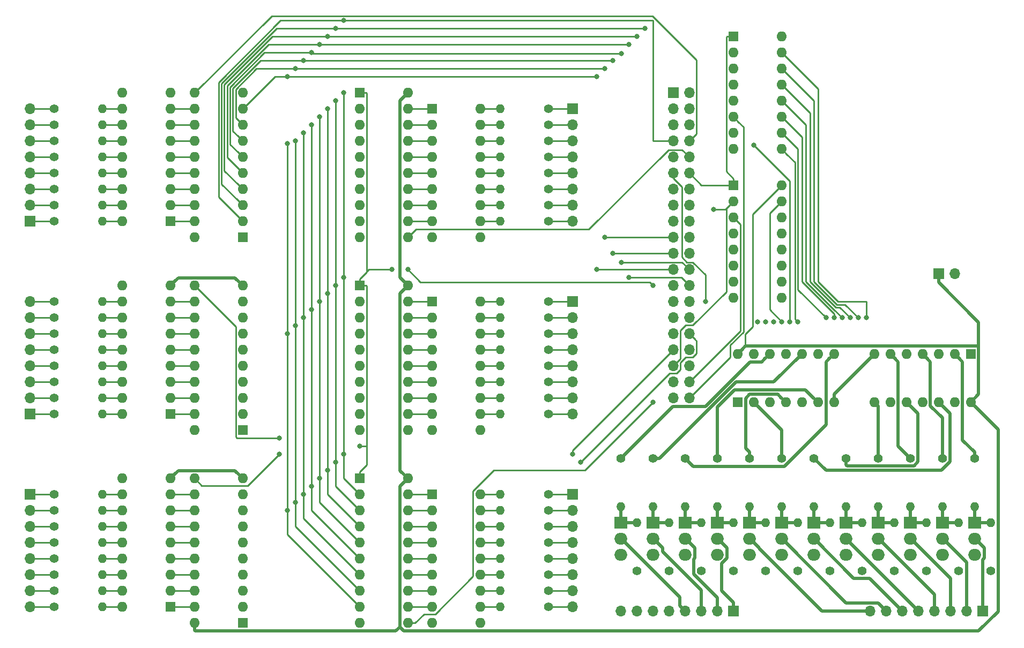
<source format=gbr>
G04 #@! TF.GenerationSoftware,KiCad,Pcbnew,(5.1.4)-1*
G04 #@! TF.CreationDate,2019-11-05T22:12:59+01:00*
G04 #@! TF.ProjectId,tablo,7461626c-6f2e-46b6-9963-61645f706362,rev?*
G04 #@! TF.SameCoordinates,Original*
G04 #@! TF.FileFunction,Copper,L1,Top*
G04 #@! TF.FilePolarity,Positive*
%FSLAX46Y46*%
G04 Gerber Fmt 4.6, Leading zero omitted, Abs format (unit mm)*
G04 Created by KiCad (PCBNEW (5.1.4)-1) date 2019-11-05 22:12:59*
%MOMM*%
%LPD*%
G04 APERTURE LIST*
%ADD10O,1.700000X1.700000*%
%ADD11R,1.700000X1.700000*%
%ADD12R,1.600000X1.600000*%
%ADD13O,1.600000X1.600000*%
%ADD14O,2.000000X1.905000*%
%ADD15R,2.000000X1.905000*%
%ADD16O,1.400000X1.400000*%
%ADD17C,1.400000*%
%ADD18C,0.800000*%
%ADD19C,0.250000*%
%ADD20C,0.500000*%
G04 APERTURE END LIST*
D10*
X127000000Y-83820000D03*
X124460000Y-83820000D03*
X127000000Y-81280000D03*
X124460000Y-81280000D03*
X127000000Y-78740000D03*
X124460000Y-78740000D03*
X127000000Y-76200000D03*
X124460000Y-76200000D03*
X127000000Y-73660000D03*
X124460000Y-73660000D03*
X127000000Y-71120000D03*
X124460000Y-71120000D03*
X127000000Y-68580000D03*
X124460000Y-68580000D03*
X127000000Y-66040000D03*
X124460000Y-66040000D03*
X127000000Y-63500000D03*
X124460000Y-63500000D03*
X127000000Y-60960000D03*
X124460000Y-60960000D03*
X127000000Y-58420000D03*
X124460000Y-58420000D03*
X127000000Y-55880000D03*
X124460000Y-55880000D03*
X127000000Y-53340000D03*
X124460000Y-53340000D03*
X127000000Y-50800000D03*
X124460000Y-50800000D03*
X127000000Y-48260000D03*
X124460000Y-48260000D03*
X127000000Y-45720000D03*
X124460000Y-45720000D03*
X127000000Y-43180000D03*
X124460000Y-43180000D03*
X127000000Y-40640000D03*
X124460000Y-40640000D03*
X127000000Y-38100000D03*
X124460000Y-38100000D03*
X127000000Y-35560000D03*
D11*
X124460000Y-35560000D03*
D10*
X168910000Y-64135000D03*
D11*
X166370000Y-64135000D03*
D12*
X171450000Y-76835000D03*
D13*
X156210000Y-84455000D03*
X168910000Y-76835000D03*
X158750000Y-84455000D03*
X166370000Y-76835000D03*
X161290000Y-84455000D03*
X163830000Y-76835000D03*
X163830000Y-84455000D03*
X161290000Y-76835000D03*
X166370000Y-84455000D03*
X158750000Y-76835000D03*
X168910000Y-84455000D03*
X156210000Y-76835000D03*
X171450000Y-84455000D03*
X134620000Y-76835000D03*
X149860000Y-84455000D03*
X137160000Y-76835000D03*
X147320000Y-84455000D03*
X139700000Y-76835000D03*
X144780000Y-84455000D03*
X142240000Y-76835000D03*
X142240000Y-84455000D03*
X144780000Y-76835000D03*
X139700000Y-84455000D03*
X147320000Y-76835000D03*
X137160000Y-84455000D03*
X149860000Y-76835000D03*
D12*
X134620000Y-84455000D03*
D10*
X22860000Y-116840000D03*
X22860000Y-114300000D03*
X22860000Y-111760000D03*
X22860000Y-109220000D03*
X22860000Y-106680000D03*
X22860000Y-104140000D03*
X22860000Y-101600000D03*
D11*
X22860000Y-99060000D03*
X22860000Y-86360000D03*
D10*
X22860000Y-83820000D03*
X22860000Y-81280000D03*
X22860000Y-78740000D03*
X22860000Y-76200000D03*
X22860000Y-73660000D03*
X22860000Y-71120000D03*
X22860000Y-68580000D03*
X22860000Y-38100000D03*
X22860000Y-40640000D03*
X22860000Y-43180000D03*
X22860000Y-45720000D03*
X22860000Y-48260000D03*
X22860000Y-50800000D03*
X22860000Y-53340000D03*
D11*
X22860000Y-55880000D03*
X108585000Y-38100000D03*
D10*
X108585000Y-40640000D03*
X108585000Y-43180000D03*
X108585000Y-45720000D03*
X108585000Y-48260000D03*
X108585000Y-50800000D03*
X108585000Y-53340000D03*
X108585000Y-55880000D03*
X108585000Y-86360000D03*
X108585000Y-83820000D03*
X108585000Y-81280000D03*
X108585000Y-78740000D03*
X108585000Y-76200000D03*
X108585000Y-73660000D03*
X108585000Y-71120000D03*
D11*
X108585000Y-68580000D03*
X108585000Y-99060000D03*
D10*
X108585000Y-101600000D03*
X108585000Y-104140000D03*
X108585000Y-106680000D03*
X108585000Y-109220000D03*
X108585000Y-111760000D03*
X108585000Y-114300000D03*
X108585000Y-116840000D03*
X155575000Y-117475000D03*
X158115000Y-117475000D03*
X160655000Y-117475000D03*
X163195000Y-117475000D03*
X165735000Y-117475000D03*
X168275000Y-117475000D03*
X170815000Y-117475000D03*
D11*
X173355000Y-117475000D03*
X133985000Y-117475000D03*
D10*
X131445000Y-117475000D03*
X128905000Y-117475000D03*
X126365000Y-117475000D03*
X123825000Y-117475000D03*
X121285000Y-117475000D03*
X118745000Y-117475000D03*
X116205000Y-117475000D03*
D13*
X141605000Y-26670000D03*
X133985000Y-44450000D03*
X141605000Y-29210000D03*
X133985000Y-41910000D03*
X141605000Y-31750000D03*
X133985000Y-39370000D03*
X141605000Y-34290000D03*
X133985000Y-36830000D03*
X141605000Y-36830000D03*
X133985000Y-34290000D03*
X141605000Y-39370000D03*
X133985000Y-31750000D03*
X141605000Y-41910000D03*
X133985000Y-29210000D03*
X141605000Y-44450000D03*
D12*
X133985000Y-26670000D03*
X133985000Y-50165000D03*
D13*
X141605000Y-67945000D03*
X133985000Y-52705000D03*
X141605000Y-65405000D03*
X133985000Y-55245000D03*
X141605000Y-62865000D03*
X133985000Y-57785000D03*
X141605000Y-60325000D03*
X133985000Y-60325000D03*
X141605000Y-57785000D03*
X133985000Y-62865000D03*
X141605000Y-55245000D03*
X133985000Y-65405000D03*
X141605000Y-52705000D03*
X133985000Y-67945000D03*
X141605000Y-50165000D03*
X37465000Y-116840000D03*
X45085000Y-96520000D03*
X37465000Y-114300000D03*
X45085000Y-99060000D03*
X37465000Y-111760000D03*
X45085000Y-101600000D03*
X37465000Y-109220000D03*
X45085000Y-104140000D03*
X37465000Y-106680000D03*
X45085000Y-106680000D03*
X37465000Y-104140000D03*
X45085000Y-109220000D03*
X37465000Y-101600000D03*
X45085000Y-111760000D03*
X37465000Y-99060000D03*
X45085000Y-114300000D03*
X37465000Y-96520000D03*
D12*
X45085000Y-116840000D03*
X86360000Y-99060000D03*
D13*
X93980000Y-119380000D03*
X86360000Y-101600000D03*
X93980000Y-116840000D03*
X86360000Y-104140000D03*
X93980000Y-114300000D03*
X86360000Y-106680000D03*
X93980000Y-111760000D03*
X86360000Y-109220000D03*
X93980000Y-109220000D03*
X86360000Y-111760000D03*
X93980000Y-106680000D03*
X86360000Y-114300000D03*
X93980000Y-104140000D03*
X86360000Y-116840000D03*
X93980000Y-101600000D03*
X86360000Y-119380000D03*
X93980000Y-99060000D03*
X93980000Y-68580000D03*
X86360000Y-88900000D03*
X93980000Y-71120000D03*
X86360000Y-86360000D03*
X93980000Y-73660000D03*
X86360000Y-83820000D03*
X93980000Y-76200000D03*
X86360000Y-81280000D03*
X93980000Y-78740000D03*
X86360000Y-78740000D03*
X93980000Y-81280000D03*
X86360000Y-76200000D03*
X93980000Y-83820000D03*
X86360000Y-73660000D03*
X93980000Y-86360000D03*
X86360000Y-71120000D03*
X93980000Y-88900000D03*
D12*
X86360000Y-68580000D03*
X45085000Y-86360000D03*
D13*
X37465000Y-66040000D03*
X45085000Y-83820000D03*
X37465000Y-68580000D03*
X45085000Y-81280000D03*
X37465000Y-71120000D03*
X45085000Y-78740000D03*
X37465000Y-73660000D03*
X45085000Y-76200000D03*
X37465000Y-76200000D03*
X45085000Y-73660000D03*
X37465000Y-78740000D03*
X45085000Y-71120000D03*
X37465000Y-81280000D03*
X45085000Y-68580000D03*
X37465000Y-83820000D03*
X45085000Y-66040000D03*
X37465000Y-86360000D03*
X93980000Y-38100000D03*
X86360000Y-58420000D03*
X93980000Y-40640000D03*
X86360000Y-55880000D03*
X93980000Y-43180000D03*
X86360000Y-53340000D03*
X93980000Y-45720000D03*
X86360000Y-50800000D03*
X93980000Y-48260000D03*
X86360000Y-48260000D03*
X93980000Y-50800000D03*
X86360000Y-45720000D03*
X93980000Y-53340000D03*
X86360000Y-43180000D03*
X93980000Y-55880000D03*
X86360000Y-40640000D03*
X93980000Y-58420000D03*
D12*
X86360000Y-38100000D03*
X45085000Y-55880000D03*
D13*
X37465000Y-35560000D03*
X45085000Y-53340000D03*
X37465000Y-38100000D03*
X45085000Y-50800000D03*
X37465000Y-40640000D03*
X45085000Y-48260000D03*
X37465000Y-43180000D03*
X45085000Y-45720000D03*
X37465000Y-45720000D03*
X45085000Y-43180000D03*
X37465000Y-48260000D03*
X45085000Y-40640000D03*
X37465000Y-50800000D03*
X45085000Y-38100000D03*
X37465000Y-53340000D03*
X45085000Y-35560000D03*
X37465000Y-55880000D03*
X82550000Y-96520000D03*
X74930000Y-119380000D03*
X82550000Y-99060000D03*
X74930000Y-116840000D03*
X82550000Y-101600000D03*
X74930000Y-114300000D03*
X82550000Y-104140000D03*
X74930000Y-111760000D03*
X82550000Y-106680000D03*
X74930000Y-109220000D03*
X82550000Y-109220000D03*
X74930000Y-106680000D03*
X82550000Y-111760000D03*
X74930000Y-104140000D03*
X82550000Y-114300000D03*
X74930000Y-101600000D03*
X82550000Y-116840000D03*
X74930000Y-99060000D03*
X82550000Y-119380000D03*
D12*
X74930000Y-96520000D03*
X74930000Y-66040000D03*
D13*
X82550000Y-88900000D03*
X74930000Y-68580000D03*
X82550000Y-86360000D03*
X74930000Y-71120000D03*
X82550000Y-83820000D03*
X74930000Y-73660000D03*
X82550000Y-81280000D03*
X74930000Y-76200000D03*
X82550000Y-78740000D03*
X74930000Y-78740000D03*
X82550000Y-76200000D03*
X74930000Y-81280000D03*
X82550000Y-73660000D03*
X74930000Y-83820000D03*
X82550000Y-71120000D03*
X74930000Y-86360000D03*
X82550000Y-68580000D03*
X74930000Y-88900000D03*
X82550000Y-66040000D03*
X82550000Y-35560000D03*
X74930000Y-58420000D03*
X82550000Y-38100000D03*
X74930000Y-55880000D03*
X82550000Y-40640000D03*
X74930000Y-53340000D03*
X82550000Y-43180000D03*
X74930000Y-50800000D03*
X82550000Y-45720000D03*
X74930000Y-48260000D03*
X82550000Y-48260000D03*
X74930000Y-45720000D03*
X82550000Y-50800000D03*
X74930000Y-43180000D03*
X82550000Y-53340000D03*
X74930000Y-40640000D03*
X82550000Y-55880000D03*
X74930000Y-38100000D03*
X82550000Y-58420000D03*
D12*
X74930000Y-35560000D03*
X56515000Y-58420000D03*
D13*
X48895000Y-35560000D03*
X56515000Y-55880000D03*
X48895000Y-38100000D03*
X56515000Y-53340000D03*
X48895000Y-40640000D03*
X56515000Y-50800000D03*
X48895000Y-43180000D03*
X56515000Y-48260000D03*
X48895000Y-45720000D03*
X56515000Y-45720000D03*
X48895000Y-48260000D03*
X56515000Y-43180000D03*
X48895000Y-50800000D03*
X56515000Y-40640000D03*
X48895000Y-53340000D03*
X56515000Y-38100000D03*
X48895000Y-55880000D03*
X56515000Y-35560000D03*
X48895000Y-58420000D03*
X48895000Y-88900000D03*
X56515000Y-66040000D03*
X48895000Y-86360000D03*
X56515000Y-68580000D03*
X48895000Y-83820000D03*
X56515000Y-71120000D03*
X48895000Y-81280000D03*
X56515000Y-73660000D03*
X48895000Y-78740000D03*
X56515000Y-76200000D03*
X48895000Y-76200000D03*
X56515000Y-78740000D03*
X48895000Y-73660000D03*
X56515000Y-81280000D03*
X48895000Y-71120000D03*
X56515000Y-83820000D03*
X48895000Y-68580000D03*
X56515000Y-86360000D03*
X48895000Y-66040000D03*
D12*
X56515000Y-88900000D03*
X56515000Y-119380000D03*
D13*
X48895000Y-96520000D03*
X56515000Y-116840000D03*
X48895000Y-99060000D03*
X56515000Y-114300000D03*
X48895000Y-101600000D03*
X56515000Y-111760000D03*
X48895000Y-104140000D03*
X56515000Y-109220000D03*
X48895000Y-106680000D03*
X56515000Y-106680000D03*
X48895000Y-109220000D03*
X56515000Y-104140000D03*
X48895000Y-111760000D03*
X56515000Y-101600000D03*
X48895000Y-114300000D03*
X56515000Y-99060000D03*
X48895000Y-116840000D03*
X56515000Y-96520000D03*
X48895000Y-119380000D03*
D14*
X151765000Y-108585000D03*
X151765000Y-106045000D03*
D15*
X151765000Y-103505000D03*
X116205000Y-103505000D03*
D14*
X116205000Y-106045000D03*
X116205000Y-108585000D03*
X121285000Y-108585000D03*
X121285000Y-106045000D03*
D15*
X121285000Y-103505000D03*
X126365000Y-103505000D03*
D14*
X126365000Y-106045000D03*
X126365000Y-108585000D03*
X136525000Y-108585000D03*
X136525000Y-106045000D03*
D15*
X136525000Y-103505000D03*
X141605000Y-103505000D03*
D14*
X141605000Y-106045000D03*
X141605000Y-108585000D03*
X131445000Y-108585000D03*
X131445000Y-106045000D03*
D15*
X131445000Y-103505000D03*
X156845000Y-103505000D03*
D14*
X156845000Y-106045000D03*
X156845000Y-108585000D03*
X161925000Y-108585000D03*
X161925000Y-106045000D03*
D15*
X161925000Y-103505000D03*
X167005000Y-103505000D03*
D14*
X167005000Y-106045000D03*
X167005000Y-108585000D03*
X146685000Y-108585000D03*
X146685000Y-106045000D03*
D15*
X146685000Y-103505000D03*
X172085000Y-103505000D03*
D14*
X172085000Y-106045000D03*
X172085000Y-108585000D03*
D16*
X34290000Y-40640000D03*
D17*
X26670000Y-40640000D03*
X26670000Y-68580000D03*
D16*
X34290000Y-68580000D03*
X34290000Y-55880000D03*
D17*
X26670000Y-55880000D03*
X26670000Y-53340000D03*
D16*
X34290000Y-53340000D03*
X34290000Y-50800000D03*
D17*
X26670000Y-50800000D03*
X26670000Y-48260000D03*
D16*
X34290000Y-48260000D03*
X34290000Y-45720000D03*
D17*
X26670000Y-45720000D03*
X26670000Y-43180000D03*
D16*
X34290000Y-43180000D03*
X172085000Y-100965000D03*
D17*
X172085000Y-93345000D03*
X26670000Y-38100000D03*
D16*
X34290000Y-38100000D03*
X34290000Y-76200000D03*
D17*
X26670000Y-76200000D03*
X26670000Y-73660000D03*
D16*
X34290000Y-73660000D03*
X34290000Y-78740000D03*
D17*
X26670000Y-78740000D03*
X26670000Y-81280000D03*
D16*
X34290000Y-81280000D03*
X34290000Y-83820000D03*
D17*
X26670000Y-83820000D03*
X26670000Y-86360000D03*
D16*
X34290000Y-86360000D03*
X34290000Y-71120000D03*
D17*
X26670000Y-71120000D03*
X104775000Y-101600000D03*
D16*
X97155000Y-101600000D03*
X156845000Y-100965000D03*
D17*
X156845000Y-93345000D03*
X26670000Y-106680000D03*
D16*
X34290000Y-106680000D03*
X34290000Y-109220000D03*
D17*
X26670000Y-109220000D03*
X26670000Y-111760000D03*
D16*
X34290000Y-111760000D03*
X34290000Y-114300000D03*
D17*
X26670000Y-114300000D03*
X26670000Y-116840000D03*
D16*
X34290000Y-116840000D03*
X97155000Y-38100000D03*
D17*
X104775000Y-38100000D03*
X26670000Y-99060000D03*
D16*
X34290000Y-99060000D03*
X34290000Y-101600000D03*
D17*
X26670000Y-101600000D03*
X151765000Y-93345000D03*
D16*
X151765000Y-100965000D03*
X146685000Y-100965000D03*
D17*
X146685000Y-93345000D03*
X141605000Y-93345000D03*
D16*
X141605000Y-100965000D03*
X136525000Y-100965000D03*
D17*
X136525000Y-93345000D03*
X131445000Y-93345000D03*
D16*
X131445000Y-100965000D03*
X126365000Y-100965000D03*
D17*
X126365000Y-93345000D03*
X121285000Y-93345000D03*
D16*
X121285000Y-100965000D03*
X116205000Y-100965000D03*
D17*
X116205000Y-93345000D03*
X161925000Y-93345000D03*
D16*
X161925000Y-100965000D03*
X97155000Y-53340000D03*
D17*
X104775000Y-53340000D03*
X164465000Y-111125000D03*
D16*
X164465000Y-103505000D03*
X159385000Y-103505000D03*
D17*
X159385000Y-111125000D03*
X154305000Y-111125000D03*
D16*
X154305000Y-103505000D03*
X149225000Y-103505000D03*
D17*
X149225000Y-111125000D03*
X144145000Y-111125000D03*
D16*
X144145000Y-103505000D03*
X139065000Y-103505000D03*
D17*
X139065000Y-111125000D03*
X133985000Y-111125000D03*
D16*
X133985000Y-103505000D03*
X34290000Y-104140000D03*
D17*
X26670000Y-104140000D03*
X123825000Y-111125000D03*
D16*
X123825000Y-103505000D03*
X118745000Y-103505000D03*
D17*
X118745000Y-111125000D03*
X174625000Y-111125000D03*
D16*
X174625000Y-103505000D03*
X97155000Y-43180000D03*
D17*
X104775000Y-43180000D03*
X104775000Y-45720000D03*
D16*
X97155000Y-45720000D03*
X97155000Y-48260000D03*
D17*
X104775000Y-48260000D03*
X104775000Y-50800000D03*
D16*
X97155000Y-50800000D03*
X97155000Y-55880000D03*
D17*
X104775000Y-55880000D03*
X128905000Y-111125000D03*
D16*
X128905000Y-103505000D03*
X97155000Y-68580000D03*
D17*
X104775000Y-68580000D03*
X104775000Y-71120000D03*
D16*
X97155000Y-71120000D03*
X97155000Y-73660000D03*
D17*
X104775000Y-73660000D03*
X104775000Y-76200000D03*
D16*
X97155000Y-76200000D03*
X97155000Y-78740000D03*
D17*
X104775000Y-78740000D03*
X167005000Y-93345000D03*
D16*
X167005000Y-100965000D03*
X97155000Y-83820000D03*
D17*
X104775000Y-83820000D03*
X104775000Y-86360000D03*
D16*
X97155000Y-86360000D03*
X97155000Y-40640000D03*
D17*
X104775000Y-40640000D03*
X169545000Y-111125000D03*
D16*
X169545000Y-103505000D03*
X97155000Y-104140000D03*
D17*
X104775000Y-104140000D03*
X104775000Y-106680000D03*
D16*
X97155000Y-106680000D03*
X97155000Y-109220000D03*
D17*
X104775000Y-109220000D03*
X104775000Y-111760000D03*
D16*
X97155000Y-111760000D03*
X97155000Y-114300000D03*
D17*
X104775000Y-114300000D03*
X104775000Y-116840000D03*
D16*
X97155000Y-116840000D03*
X97155000Y-81280000D03*
D17*
X104775000Y-81280000D03*
X104775000Y-99060000D03*
D16*
X97155000Y-99060000D03*
D18*
X74930000Y-91440000D03*
X121285000Y-66040000D03*
X82550000Y-63500000D03*
X80010000Y-63500000D03*
X62230000Y-92710000D03*
X109855000Y-93980000D03*
X72390000Y-24130000D03*
X72390000Y-35560000D03*
X72390000Y-64770000D03*
X72390000Y-92710000D03*
X71120000Y-25400000D03*
X120015000Y-25400000D03*
X71120000Y-36830000D03*
X71120000Y-66040000D03*
X71120000Y-93980000D03*
X69850000Y-26670000D03*
X118745000Y-26670000D03*
X69850000Y-38100000D03*
X69850000Y-67310000D03*
X69850000Y-95250000D03*
X68580000Y-27940000D03*
X117475000Y-27940000D03*
X117475000Y-64770000D03*
X68580000Y-39370000D03*
X68580000Y-68580000D03*
X68580000Y-96520000D03*
X67310000Y-29210000D03*
X116299999Y-62324999D03*
X116299999Y-29304999D03*
X67310000Y-40640000D03*
X67310000Y-69850000D03*
X67310000Y-97790000D03*
X66040000Y-30480000D03*
X114935000Y-60960000D03*
X114935000Y-30480000D03*
X66040000Y-41910000D03*
X66040000Y-71120000D03*
X66040000Y-99060000D03*
X64770000Y-31750000D03*
X64770000Y-43180000D03*
X64770000Y-72390000D03*
X64770000Y-100330000D03*
X113665000Y-31750000D03*
X113665000Y-58420000D03*
X63500000Y-33020000D03*
X63500000Y-43575002D03*
X63500000Y-73660000D03*
X63500000Y-101600000D03*
X112395000Y-33020000D03*
X112395000Y-63500000D03*
X62230000Y-90170000D03*
X108585000Y-92710000D03*
X129540000Y-68580000D03*
X121285000Y-84455000D03*
X130810000Y-53975000D03*
X137795000Y-71755000D03*
X139065000Y-71755000D03*
X140335000Y-71755000D03*
X141605000Y-71755000D03*
X154940000Y-71120000D03*
X142875000Y-71755000D03*
X137160000Y-43815000D03*
X153670000Y-71120000D03*
X152400000Y-71120000D03*
X151130000Y-71120000D03*
X149860000Y-71120000D03*
X148590000Y-71120000D03*
X144145000Y-71755000D03*
D19*
X104775000Y-99060000D02*
X108585000Y-99060000D01*
X93980000Y-99060000D02*
X97155000Y-99060000D01*
X93980000Y-81280000D02*
X97155000Y-81280000D01*
X104775000Y-81280000D02*
X108585000Y-81280000D01*
X104775000Y-116840000D02*
X108585000Y-116840000D01*
X93980000Y-116840000D02*
X97155000Y-116840000D01*
X93980000Y-114300000D02*
X97155000Y-114300000D01*
X104775000Y-114300000D02*
X108585000Y-114300000D01*
X104775000Y-111760000D02*
X108585000Y-111760000D01*
X93980000Y-111760000D02*
X97155000Y-111760000D01*
X93980000Y-109220000D02*
X97155000Y-109220000D01*
X104775000Y-109220000D02*
X108585000Y-109220000D01*
X104775000Y-106680000D02*
X108585000Y-106680000D01*
X93980000Y-106680000D02*
X97155000Y-106680000D01*
X93980000Y-104140000D02*
X97155000Y-104140000D01*
X104775000Y-104140000D02*
X108585000Y-104140000D01*
D20*
X149860000Y-83185000D02*
X156210000Y-76835000D01*
X149860000Y-84455000D02*
X149860000Y-83185000D01*
X45884999Y-65240001D02*
X45085000Y-66040000D01*
X46335001Y-64789999D02*
X45884999Y-65240001D01*
X55264999Y-64789999D02*
X46335001Y-64789999D01*
X56515000Y-66040000D02*
X55264999Y-64789999D01*
X45884999Y-95720001D02*
X45085000Y-96520000D01*
X46335001Y-95269999D02*
X45884999Y-95720001D01*
X55264999Y-95269999D02*
X46335001Y-95269999D01*
X56515000Y-96520000D02*
X55264999Y-95269999D01*
X167005000Y-103505000D02*
X167005000Y-100965000D01*
X167005000Y-103505000D02*
X169545000Y-103505000D01*
D19*
X93980000Y-40640000D02*
X97155000Y-40640000D01*
X104775000Y-40640000D02*
X108585000Y-40640000D01*
X104775000Y-86360000D02*
X108585000Y-86360000D01*
X93980000Y-86360000D02*
X97155000Y-86360000D01*
X93980000Y-83820000D02*
X97155000Y-83820000D01*
X104775000Y-83820000D02*
X108585000Y-83820000D01*
D20*
X164629999Y-77634999D02*
X163830000Y-76835000D01*
X165080001Y-78085001D02*
X164629999Y-77634999D01*
X165080001Y-85015003D02*
X165080001Y-78085001D01*
X167005000Y-86940002D02*
X165080001Y-85015003D01*
X167005000Y-93345000D02*
X167005000Y-86940002D01*
D19*
X93980000Y-78740000D02*
X97155000Y-78740000D01*
X104775000Y-78740000D02*
X108585000Y-78740000D01*
X104775000Y-76200000D02*
X108585000Y-76200000D01*
X93980000Y-76200000D02*
X97155000Y-76200000D01*
X93980000Y-73660000D02*
X97155000Y-73660000D01*
X104775000Y-73660000D02*
X108585000Y-73660000D01*
X104775000Y-71120000D02*
X108585000Y-71120000D01*
X93980000Y-71120000D02*
X97155000Y-71120000D01*
X93980000Y-68580000D02*
X97155000Y-68580000D01*
X104775000Y-68580000D02*
X108585000Y-68580000D01*
D20*
X126365000Y-103505000D02*
X126365000Y-100965000D01*
X126365000Y-103505000D02*
X128905000Y-103505000D01*
D19*
X93980000Y-55880000D02*
X97155000Y-55880000D01*
X104775000Y-55880000D02*
X108585000Y-55880000D01*
X104775000Y-50800000D02*
X108585000Y-50800000D01*
X93980000Y-50800000D02*
X97155000Y-50800000D01*
X93980000Y-48260000D02*
X97155000Y-48260000D01*
X104775000Y-48260000D02*
X108585000Y-48260000D01*
X104775000Y-45720000D02*
X108585000Y-45720000D01*
X93980000Y-45720000D02*
X97155000Y-45720000D01*
X93980000Y-43180000D02*
X97155000Y-43180000D01*
X104775000Y-43180000D02*
X108585000Y-43180000D01*
D20*
X172085000Y-103505000D02*
X172085000Y-100965000D01*
X172085000Y-103505000D02*
X174625000Y-103505000D01*
X116205000Y-100965000D02*
X116205000Y-103505000D01*
X116205000Y-103505000D02*
X118745000Y-103505000D01*
X121285000Y-103505000D02*
X121285000Y-100965000D01*
X121285000Y-103505000D02*
X123825000Y-103505000D01*
D19*
X37465000Y-104140000D02*
X34290000Y-104140000D01*
X22860000Y-104140000D02*
X26670000Y-104140000D01*
D20*
X131445000Y-103505000D02*
X131445000Y-100965000D01*
X131445000Y-103505000D02*
X133985000Y-103505000D01*
X136525000Y-103505000D02*
X136525000Y-100965000D01*
X136525000Y-103505000D02*
X139065000Y-103505000D01*
X141605000Y-103505000D02*
X141605000Y-100965000D01*
X141605000Y-103505000D02*
X144145000Y-103505000D01*
X146685000Y-103505000D02*
X146685000Y-100965000D01*
X146685000Y-103505000D02*
X149225000Y-103505000D01*
X151765000Y-100965000D02*
X151765000Y-103505000D01*
X151765000Y-103505000D02*
X154305000Y-103505000D01*
X156845000Y-103505000D02*
X156845000Y-100965000D01*
X156845000Y-103505000D02*
X159385000Y-103505000D01*
X161925000Y-103505000D02*
X161925000Y-100965000D01*
X161925000Y-103505000D02*
X164465000Y-103505000D01*
D19*
X93980000Y-53340000D02*
X97155000Y-53340000D01*
X104775000Y-53340000D02*
X108585000Y-53340000D01*
D20*
X159549999Y-77634999D02*
X158750000Y-76835000D01*
X160000001Y-78085001D02*
X159549999Y-77634999D01*
X160000001Y-91420001D02*
X160000001Y-78085001D01*
X161925000Y-93345000D02*
X160000001Y-91420001D01*
X138900001Y-77634999D02*
X139700000Y-76835000D01*
X138449999Y-78085001D02*
X138900001Y-77634999D01*
X136600073Y-78085001D02*
X138449999Y-78085001D01*
X129565073Y-85120001D02*
X136600073Y-78085001D01*
X124429999Y-85120001D02*
X129565073Y-85120001D01*
X116205000Y-93345000D02*
X124429999Y-85120001D01*
X122330036Y-93345000D02*
X134395036Y-81280000D01*
X121285000Y-93345000D02*
X122330036Y-93345000D01*
X140335000Y-81280000D02*
X144780000Y-76835000D01*
X134395036Y-81280000D02*
X140335000Y-81280000D01*
X149060001Y-77634999D02*
X149860000Y-76835000D01*
X148609999Y-78085001D02*
X149060001Y-77634999D01*
X148609999Y-88042003D02*
X148609999Y-78085001D01*
X142037002Y-94615000D02*
X148609999Y-88042003D01*
X127635000Y-94615000D02*
X142037002Y-94615000D01*
X126365000Y-93345000D02*
X127635000Y-94615000D01*
X146520001Y-83655001D02*
X147320000Y-84455000D01*
X145369989Y-82504989D02*
X146520001Y-83655001D01*
X134160009Y-82504989D02*
X145369989Y-82504989D01*
X131445000Y-85219998D02*
X134160009Y-82504989D01*
X131445000Y-93345000D02*
X131445000Y-85219998D01*
X141440001Y-83655001D02*
X142240000Y-84455000D01*
X140989999Y-83204999D02*
X141440001Y-83655001D01*
X136559999Y-83204999D02*
X140989999Y-83204999D01*
X135909999Y-83854999D02*
X136559999Y-83204999D01*
X135909999Y-91740050D02*
X135909999Y-83854999D01*
X136525000Y-92355051D02*
X135909999Y-91740050D01*
X136525000Y-93345000D02*
X136525000Y-92355051D01*
X141605000Y-88900000D02*
X137160000Y-84455000D01*
X141605000Y-93345000D02*
X141605000Y-88900000D01*
X167169999Y-85254999D02*
X166370000Y-84455000D01*
X168155001Y-86240001D02*
X167169999Y-85254999D01*
X168155001Y-93897001D02*
X168155001Y-86240001D01*
X166802002Y-95250000D02*
X168155001Y-93897001D01*
X148590000Y-95250000D02*
X166802002Y-95250000D01*
X146685000Y-93345000D02*
X148590000Y-95250000D01*
X162089999Y-85254999D02*
X161290000Y-84455000D01*
X163075001Y-86240001D02*
X162089999Y-85254999D01*
X163075001Y-93897001D02*
X163075001Y-86240001D01*
X162477001Y-94495001D02*
X163075001Y-93897001D01*
X151925052Y-94495001D02*
X162477001Y-94495001D01*
X151765000Y-94334949D02*
X151925052Y-94495001D01*
X151765000Y-93345000D02*
X151765000Y-94334949D01*
D19*
X34290000Y-101600000D02*
X37465000Y-101600000D01*
X26670000Y-101600000D02*
X22860000Y-101600000D01*
X22860000Y-99060000D02*
X26670000Y-99060000D01*
X37465000Y-99060000D02*
X34290000Y-99060000D01*
X93980000Y-38100000D02*
X97155000Y-38100000D01*
X104775000Y-38100000D02*
X108585000Y-38100000D01*
X26670000Y-116840000D02*
X22860000Y-116840000D01*
X34290000Y-116840000D02*
X37465000Y-116840000D01*
X37465000Y-114300000D02*
X34290000Y-114300000D01*
X22860000Y-114300000D02*
X26670000Y-114300000D01*
X26670000Y-111760000D02*
X22860000Y-111760000D01*
X34290000Y-111760000D02*
X37465000Y-111760000D01*
X37465000Y-109220000D02*
X34290000Y-109220000D01*
X22860000Y-109220000D02*
X26670000Y-109220000D01*
X26670000Y-106680000D02*
X22860000Y-106680000D01*
X34290000Y-106680000D02*
X37465000Y-106680000D01*
D20*
X156845000Y-85090000D02*
X156210000Y-84455000D01*
X156845000Y-93345000D02*
X156845000Y-85090000D01*
D19*
X104775000Y-101600000D02*
X108585000Y-101600000D01*
X93980000Y-101600000D02*
X97155000Y-101600000D01*
X37465000Y-71120000D02*
X34290000Y-71120000D01*
X22860000Y-71120000D02*
X26670000Y-71120000D01*
X22860000Y-86360000D02*
X26670000Y-86360000D01*
X37465000Y-86360000D02*
X34290000Y-86360000D01*
X34290000Y-83820000D02*
X37465000Y-83820000D01*
X26670000Y-83820000D02*
X22860000Y-83820000D01*
X22860000Y-81280000D02*
X26670000Y-81280000D01*
X37465000Y-81280000D02*
X34290000Y-81280000D01*
X34290000Y-78740000D02*
X37465000Y-78740000D01*
X26670000Y-78740000D02*
X22860000Y-78740000D01*
X26670000Y-73660000D02*
X22860000Y-73660000D01*
X34290000Y-73660000D02*
X37465000Y-73660000D01*
X37465000Y-76200000D02*
X34290000Y-76200000D01*
X22860000Y-76200000D02*
X26670000Y-76200000D01*
X22860000Y-38100000D02*
X26670000Y-38100000D01*
X34290000Y-38100000D02*
X37465000Y-38100000D01*
D20*
X169709999Y-77634999D02*
X168910000Y-76835000D01*
X170160001Y-78085001D02*
X169709999Y-77634999D01*
X170160001Y-90430052D02*
X170160001Y-78085001D01*
X172085000Y-92355051D02*
X170160001Y-90430052D01*
X172085000Y-93345000D02*
X172085000Y-92355051D01*
D19*
X22860000Y-43180000D02*
X26670000Y-43180000D01*
X34290000Y-43180000D02*
X37465000Y-43180000D01*
X37465000Y-45720000D02*
X34290000Y-45720000D01*
X26670000Y-45720000D02*
X22860000Y-45720000D01*
X22860000Y-48260000D02*
X26670000Y-48260000D01*
X34290000Y-48260000D02*
X37465000Y-48260000D01*
X37465000Y-50800000D02*
X34290000Y-50800000D01*
X22860000Y-50800000D02*
X26670000Y-50800000D01*
X26670000Y-53340000D02*
X22860000Y-53340000D01*
X34290000Y-53340000D02*
X37465000Y-53340000D01*
X37465000Y-55880000D02*
X34290000Y-55880000D01*
X26670000Y-55880000D02*
X22860000Y-55880000D01*
X26670000Y-68580000D02*
X22860000Y-68580000D01*
X34290000Y-68580000D02*
X37465000Y-68580000D01*
X37465000Y-40640000D02*
X34290000Y-40640000D01*
X26670000Y-40640000D02*
X22860000Y-40640000D01*
D20*
X172132500Y-106045000D02*
X172085000Y-106045000D01*
X173585000Y-107497500D02*
X172132500Y-106045000D01*
X173585000Y-109115948D02*
X173585000Y-107497500D01*
X173355000Y-109345948D02*
X173585000Y-109115948D01*
X173355000Y-117475000D02*
X173355000Y-109345948D01*
X146732500Y-106045000D02*
X146685000Y-106045000D01*
X152962501Y-112275001D02*
X146732500Y-106045000D01*
X155455001Y-112275001D02*
X152962501Y-112275001D01*
X160655000Y-117475000D02*
X155455001Y-112275001D01*
X167052500Y-106045000D02*
X167005000Y-106045000D01*
X170815000Y-109807500D02*
X167052500Y-106045000D01*
X170815000Y-117475000D02*
X170815000Y-109807500D01*
X161972500Y-106045000D02*
X161925000Y-106045000D01*
X168275000Y-112347500D02*
X161972500Y-106045000D01*
X168275000Y-117475000D02*
X168275000Y-112347500D01*
X156892500Y-106045000D02*
X156845000Y-106045000D01*
X165735000Y-114887500D02*
X156892500Y-106045000D01*
X165735000Y-117475000D02*
X165735000Y-114887500D01*
X131492500Y-106045000D02*
X131445000Y-106045000D01*
X132945000Y-107497500D02*
X131492500Y-106045000D01*
X132080000Y-109980948D02*
X132945000Y-109115948D01*
X132945000Y-109115948D02*
X132945000Y-107497500D01*
X132080000Y-114220000D02*
X132080000Y-109980948D01*
X133985000Y-116125000D02*
X132080000Y-114220000D01*
X133985000Y-117475000D02*
X133985000Y-116125000D01*
X141652500Y-106045000D02*
X141605000Y-106045000D01*
X151782499Y-116174999D02*
X141652500Y-106045000D01*
X156814999Y-116174999D02*
X151782499Y-116174999D01*
X158115000Y-117475000D02*
X156814999Y-116174999D01*
X136572500Y-106045000D02*
X136525000Y-106045000D01*
X138025000Y-107497500D02*
X136572500Y-106045000D01*
X138025000Y-107545000D02*
X138025000Y-107497500D01*
X147955000Y-117475000D02*
X138025000Y-107545000D01*
X155575000Y-117475000D02*
X147955000Y-117475000D01*
X127865000Y-109115948D02*
X127865000Y-107497500D01*
X126412500Y-106045000D02*
X126365000Y-106045000D01*
X127754999Y-109225949D02*
X127865000Y-109115948D01*
X127754999Y-111677001D02*
X127754999Y-109225949D01*
X127865000Y-107497500D02*
X126412500Y-106045000D01*
X131445000Y-115367002D02*
X127754999Y-111677001D01*
X131445000Y-117475000D02*
X131445000Y-115367002D01*
X121332500Y-106045000D02*
X121285000Y-106045000D01*
X122785000Y-107497500D02*
X121332500Y-106045000D01*
X122785000Y-108054052D02*
X122785000Y-107497500D01*
X128905000Y-114174052D02*
X122785000Y-108054052D01*
X128905000Y-117475000D02*
X128905000Y-114174052D01*
X116252500Y-106045000D02*
X116205000Y-106045000D01*
X125515001Y-115307501D02*
X116252500Y-106045000D01*
X125515001Y-116625001D02*
X125515001Y-115307501D01*
X126365000Y-117475000D02*
X125515001Y-116625001D01*
X163195000Y-117475000D02*
X151765000Y-106045000D01*
D19*
X76055001Y-63864999D02*
X74930000Y-64990000D01*
X76055001Y-35635001D02*
X76055001Y-63864999D01*
X75980000Y-35560000D02*
X76055001Y-35635001D01*
X74930000Y-35560000D02*
X75980000Y-35560000D01*
X74930000Y-95470000D02*
X74930000Y-96520000D01*
X76055001Y-94344999D02*
X74930000Y-95470000D01*
X75980000Y-66040000D02*
X76055001Y-66115001D01*
X74930000Y-66040000D02*
X75980000Y-66040000D01*
X75910002Y-91440000D02*
X74930000Y-91440000D01*
X76055001Y-91295001D02*
X75910002Y-91440000D01*
X76055001Y-91295001D02*
X76055001Y-94344999D01*
X76055001Y-66115001D02*
X76055001Y-91295001D01*
X120740001Y-65495001D02*
X84545001Y-65495001D01*
X121285000Y-66040000D02*
X120740001Y-65495001D01*
X84545001Y-65495001D02*
X82550000Y-63500000D01*
X82550000Y-63500000D02*
X82550000Y-63500000D01*
X74930000Y-64990000D02*
X74930000Y-66040000D01*
X76420000Y-63500000D02*
X74930000Y-64990000D01*
X80010000Y-63500000D02*
X76420000Y-63500000D01*
X50020001Y-97645001D02*
X57294999Y-97645001D01*
X48895000Y-96520000D02*
X50020001Y-97645001D01*
X57294999Y-97645001D02*
X62230000Y-92710000D01*
X62230000Y-92710000D02*
X62230000Y-92710000D01*
X127849999Y-74509999D02*
X127000000Y-73660000D01*
X128175001Y-74835001D02*
X127849999Y-74509999D01*
X128175001Y-76764001D02*
X128175001Y-74835001D01*
X127564001Y-77375001D02*
X128175001Y-76764001D01*
X126461409Y-77375001D02*
X127564001Y-77375001D01*
X125635001Y-78201409D02*
X126461409Y-77375001D01*
X125024001Y-79915001D02*
X125635001Y-79304001D01*
X125635001Y-79304001D02*
X125635001Y-78201409D01*
X123919999Y-79915001D02*
X125024001Y-79915001D01*
X109855000Y-93980000D02*
X123919999Y-79915001D01*
X72390000Y-24130000D02*
X121285000Y-24130000D01*
X121285000Y-24130000D02*
X121285000Y-24765000D01*
X121285000Y-24765000D02*
X121285000Y-43180000D01*
X121285000Y-43180000D02*
X124460000Y-43180000D01*
X55715001Y-55080001D02*
X56515000Y-55880000D01*
X52689939Y-52054939D02*
X55715001Y-55080001D01*
X52689939Y-33901599D02*
X52689939Y-52054939D01*
X62461538Y-24130000D02*
X52689939Y-33901599D01*
X72390000Y-24130000D02*
X62461538Y-24130000D01*
X72390000Y-64770000D02*
X72390000Y-64770000D01*
X72390000Y-35560000D02*
X72390000Y-64770000D01*
X72390000Y-96520000D02*
X74930000Y-99060000D01*
X72390000Y-64770000D02*
X72390000Y-92710000D01*
X72390000Y-92710000D02*
X72390000Y-96520000D01*
X45085000Y-99060000D02*
X48895000Y-99060000D01*
X71120000Y-25400000D02*
X120015000Y-25400000D01*
X120015000Y-25400000D02*
X120015000Y-25400000D01*
X55715001Y-52540001D02*
X56515000Y-53340000D01*
X53139949Y-49964949D02*
X55715001Y-52540001D01*
X53139949Y-34087999D02*
X53139949Y-49964949D01*
X61827948Y-25400000D02*
X53139949Y-34087999D01*
X71120000Y-25400000D02*
X61827948Y-25400000D01*
X71120000Y-66040000D02*
X71120000Y-66040000D01*
X71120000Y-36830000D02*
X71120000Y-66040000D01*
X71120000Y-97790000D02*
X74930000Y-101600000D01*
X71120000Y-66040000D02*
X71120000Y-93980000D01*
X71120000Y-93980000D02*
X71120000Y-97790000D01*
X48895000Y-101600000D02*
X45085000Y-101600000D01*
X69850000Y-26670000D02*
X118745000Y-26670000D01*
X55715001Y-50000001D02*
X56515000Y-50800000D01*
X53589959Y-47874959D02*
X55715001Y-50000001D01*
X53589959Y-34274399D02*
X53589959Y-47874959D01*
X61194358Y-26670000D02*
X53589959Y-34274399D01*
X69850000Y-26670000D02*
X61194358Y-26670000D01*
X69850000Y-67310000D02*
X69850000Y-67310000D01*
X69850000Y-38100000D02*
X69850000Y-67310000D01*
X69850000Y-99060000D02*
X74930000Y-104140000D01*
X69850000Y-67310000D02*
X69850000Y-95250000D01*
X69850000Y-95250000D02*
X69850000Y-99060000D01*
X45085000Y-104140000D02*
X48895000Y-104140000D01*
X127000000Y-66040000D02*
X125730000Y-64770000D01*
X125730000Y-64770000D02*
X117475000Y-64770000D01*
X117475000Y-64770000D02*
X117475000Y-64770000D01*
X117475000Y-27940000D02*
X68580000Y-27940000D01*
X55715001Y-47460001D02*
X56515000Y-48260000D01*
X54039969Y-45784969D02*
X55715001Y-47460001D01*
X54039969Y-34460799D02*
X54039969Y-45784969D01*
X60560768Y-27940000D02*
X54039969Y-34460799D01*
X68580000Y-27940000D02*
X60560768Y-27940000D01*
X68580000Y-68580000D02*
X68580000Y-68580000D01*
X68580000Y-39370000D02*
X68580000Y-68580000D01*
X68580000Y-100330000D02*
X74930000Y-106680000D01*
X68580000Y-68580000D02*
X68580000Y-96520000D01*
X68580000Y-96520000D02*
X68580000Y-100330000D01*
X48895000Y-106680000D02*
X45085000Y-106680000D01*
X125824999Y-62324999D02*
X116299999Y-62324999D01*
X127000000Y-63500000D02*
X125824999Y-62324999D01*
X116299999Y-62324999D02*
X116299999Y-62324999D01*
X67404999Y-29304999D02*
X67310000Y-29210000D01*
X116299999Y-29304999D02*
X67404999Y-29304999D01*
X55715001Y-44920001D02*
X56515000Y-45720000D01*
X54489979Y-43694979D02*
X55715001Y-44920001D01*
X54489979Y-34647199D02*
X54489979Y-43694979D01*
X59927178Y-29210000D02*
X54489979Y-34647199D01*
X67310000Y-29210000D02*
X59927178Y-29210000D01*
X67310000Y-69850000D02*
X67310000Y-69850000D01*
X67310000Y-40640000D02*
X67310000Y-69850000D01*
X67310000Y-101600000D02*
X74930000Y-109220000D01*
X67310000Y-69850000D02*
X67310000Y-97790000D01*
X67310000Y-97790000D02*
X67310000Y-101600000D01*
X45085000Y-109220000D02*
X48895000Y-109220000D01*
X124460000Y-60960000D02*
X114935000Y-60960000D01*
X114935000Y-60960000D02*
X114935000Y-60960000D01*
X66040000Y-30480000D02*
X114935000Y-30480000D01*
X55715001Y-42380001D02*
X56515000Y-43180000D01*
X54939989Y-41604989D02*
X55715001Y-42380001D01*
X54939989Y-34833599D02*
X54939989Y-41604989D01*
X59293588Y-30480000D02*
X54939989Y-34833599D01*
X66040000Y-30480000D02*
X59293588Y-30480000D01*
X66040000Y-71120000D02*
X66040000Y-71120000D01*
X66040000Y-41910000D02*
X66040000Y-71120000D01*
X66040000Y-102870000D02*
X74930000Y-111760000D01*
X66040000Y-71120000D02*
X66040000Y-99060000D01*
X66040000Y-99060000D02*
X66040000Y-102870000D01*
X48895000Y-111760000D02*
X45085000Y-111760000D01*
X124460000Y-58420000D02*
X114300000Y-58420000D01*
X55715001Y-39840001D02*
X56515000Y-40640000D01*
X55389999Y-39514999D02*
X55715001Y-39840001D01*
X55389999Y-35019999D02*
X55389999Y-39514999D01*
X58659998Y-31750000D02*
X55389999Y-35019999D01*
X64770000Y-31750000D02*
X58659998Y-31750000D01*
X64770000Y-72390000D02*
X64770000Y-72390000D01*
X64770000Y-43180000D02*
X64770000Y-72390000D01*
X64770000Y-104140000D02*
X74930000Y-114300000D01*
X64770000Y-72390000D02*
X64770000Y-100330000D01*
X64770000Y-100330000D02*
X64770000Y-104140000D01*
X113665000Y-31750000D02*
X64770000Y-31750000D01*
X114300000Y-58420000D02*
X113665000Y-58420000D01*
X113665000Y-58420000D02*
X113665000Y-58420000D01*
X45085000Y-114300000D02*
X48895000Y-114300000D01*
X113030000Y-63500000D02*
X124460000Y-63500000D01*
X112395000Y-33020000D02*
X112579990Y-33020000D01*
X65405000Y-33020000D02*
X63500000Y-33020000D01*
X112395000Y-33020000D02*
X65405000Y-33020000D01*
X61595000Y-33020000D02*
X56515000Y-38100000D01*
X63500000Y-33020000D02*
X61595000Y-33020000D01*
X63500000Y-73660000D02*
X63500000Y-73660000D01*
X63500000Y-43575002D02*
X63500000Y-73660000D01*
X63500000Y-105410000D02*
X74930000Y-116840000D01*
X63500000Y-73660000D02*
X63500000Y-101600000D01*
X63500000Y-101600000D02*
X63500000Y-105410000D01*
X112395000Y-33020000D02*
X112395000Y-33020000D01*
X113030000Y-63500000D02*
X112395000Y-63500000D01*
X112395000Y-63500000D02*
X112395000Y-63500000D01*
X48895000Y-116840000D02*
X45085000Y-116840000D01*
D20*
X135419999Y-76035001D02*
X134620000Y-76835000D01*
X135870001Y-75584999D02*
X135419999Y-76035001D01*
X172610001Y-75584999D02*
X135870001Y-75584999D01*
X172700001Y-75674999D02*
X172610001Y-75584999D01*
X172700001Y-83204999D02*
X172700001Y-75674999D01*
X171450000Y-84455000D02*
X172700001Y-83204999D01*
X81750001Y-36359999D02*
X82550000Y-35560000D01*
X81280000Y-36830000D02*
X81750001Y-36359999D01*
X81280000Y-64770000D02*
X81280000Y-36830000D01*
X82550000Y-66040000D02*
X81280000Y-64770000D01*
D19*
X140805001Y-50964999D02*
X141605000Y-50165000D01*
X137069999Y-54700001D02*
X140805001Y-50964999D01*
X137069999Y-72482821D02*
X137069999Y-54700001D01*
X135870001Y-73682819D02*
X137069999Y-72482821D01*
X135870001Y-75584999D02*
X135870001Y-73682819D01*
D20*
X81299999Y-97770001D02*
X81750001Y-97319999D01*
X81299999Y-119980001D02*
X81299999Y-97770001D01*
X81750001Y-97319999D02*
X82550000Y-96520000D01*
X172710001Y-120630001D02*
X81949999Y-120630001D01*
X175775001Y-117565001D02*
X172710001Y-120630001D01*
X175775001Y-88780001D02*
X175775001Y-117565001D01*
X171450000Y-84455000D02*
X175775001Y-88780001D01*
X80664999Y-120630001D02*
X81307499Y-119987501D01*
X49013631Y-120630001D02*
X80664999Y-120630001D01*
X48895000Y-120511370D02*
X49013631Y-120630001D01*
X48895000Y-119380000D02*
X48895000Y-120511370D01*
X81949999Y-120630001D02*
X81307499Y-119987501D01*
X81307499Y-119987501D02*
X81299999Y-119980001D01*
X81750001Y-66839999D02*
X82550000Y-66040000D01*
X81299999Y-67290001D02*
X81750001Y-66839999D01*
X81299999Y-95269999D02*
X81299999Y-67290001D01*
X82550000Y-96520000D02*
X81299999Y-95269999D01*
X172700001Y-71815001D02*
X172700001Y-75674999D01*
X166370000Y-65485000D02*
X172700001Y-71815001D01*
X166370000Y-64135000D02*
X166370000Y-65485000D01*
D19*
X46135000Y-86360000D02*
X48895000Y-86360000D01*
X45085000Y-86360000D02*
X46135000Y-86360000D01*
X48895000Y-83820000D02*
X45085000Y-83820000D01*
X45085000Y-81280000D02*
X48895000Y-81280000D01*
X48895000Y-78740000D02*
X45085000Y-78740000D01*
X45085000Y-76200000D02*
X48895000Y-76200000D01*
X45085000Y-73660000D02*
X48895000Y-73660000D01*
X48895000Y-71120000D02*
X45085000Y-71120000D01*
X45085000Y-68580000D02*
X48895000Y-68580000D01*
X55389999Y-89960001D02*
X55599998Y-90170000D01*
X48895000Y-66040000D02*
X55389999Y-72534999D01*
X55389999Y-72534999D02*
X55389999Y-89960001D01*
X55599998Y-90170000D02*
X62230000Y-90170000D01*
X62230000Y-90170000D02*
X62230000Y-90170000D01*
X108585000Y-92075000D02*
X124460000Y-76200000D01*
X108585000Y-92710000D02*
X108585000Y-92075000D01*
X127849999Y-42330001D02*
X127000000Y-43180000D01*
X128175001Y-42004999D02*
X127849999Y-42330001D01*
X128175001Y-30383591D02*
X128175001Y-42004999D01*
X121196409Y-23404999D02*
X128175001Y-30383591D01*
X61050001Y-23404999D02*
X121196409Y-23404999D01*
X48895000Y-35560000D02*
X61050001Y-23404999D01*
X48895000Y-38100000D02*
X45085000Y-38100000D01*
X45085000Y-40640000D02*
X48895000Y-40640000D01*
X48895000Y-43180000D02*
X45085000Y-43180000D01*
X45085000Y-45720000D02*
X48895000Y-45720000D01*
X48895000Y-48260000D02*
X45085000Y-48260000D01*
X45085000Y-50800000D02*
X48895000Y-50800000D01*
X48895000Y-53340000D02*
X45085000Y-53340000D01*
X45085000Y-55880000D02*
X48895000Y-55880000D01*
X82550000Y-38100000D02*
X86360000Y-38100000D01*
X82550000Y-40640000D02*
X86360000Y-40640000D01*
X82550000Y-43180000D02*
X86360000Y-43180000D01*
X82550000Y-45720000D02*
X86360000Y-45720000D01*
X82550000Y-48260000D02*
X86360000Y-48260000D01*
X82550000Y-50800000D02*
X86360000Y-50800000D01*
X82550000Y-53340000D02*
X86360000Y-53340000D01*
X82550000Y-55880000D02*
X86360000Y-55880000D01*
X125824999Y-44544999D02*
X123730001Y-44544999D01*
X127000000Y-45720000D02*
X125824999Y-44544999D01*
X123730001Y-44544999D02*
X111125000Y-57150000D01*
X83820000Y-57150000D02*
X82550000Y-58420000D01*
X111125000Y-57150000D02*
X83820000Y-57150000D01*
X82550000Y-86360000D02*
X86360000Y-86360000D01*
X82550000Y-83820000D02*
X86360000Y-83820000D01*
X82550000Y-81280000D02*
X86360000Y-81280000D01*
X82550000Y-78740000D02*
X86360000Y-78740000D01*
X82550000Y-76200000D02*
X86360000Y-76200000D01*
X82550000Y-73660000D02*
X86360000Y-73660000D01*
X82550000Y-71120000D02*
X86360000Y-71120000D01*
X82550000Y-68580000D02*
X86360000Y-68580000D01*
X82550000Y-99060000D02*
X86360000Y-99060000D01*
X82550000Y-101600000D02*
X86360000Y-101600000D01*
X82550000Y-104140000D02*
X86360000Y-104140000D01*
X82550000Y-106680000D02*
X86360000Y-106680000D01*
X82550000Y-109220000D02*
X86360000Y-109220000D01*
X82550000Y-111760000D02*
X86360000Y-111760000D01*
X82550000Y-114300000D02*
X86360000Y-114300000D01*
X82550000Y-116840000D02*
X86360000Y-116840000D01*
X92854999Y-98519999D02*
X96124998Y-95250000D01*
X92854999Y-112010003D02*
X92854999Y-98519999D01*
X86900001Y-117965001D02*
X92854999Y-112010003D01*
X85096369Y-117965001D02*
X86900001Y-117965001D01*
X82550000Y-119380000D02*
X83681370Y-119380000D01*
X83681370Y-119380000D02*
X85096369Y-117965001D01*
X96124998Y-95250000D02*
X110490000Y-95250000D01*
X110490000Y-95250000D02*
X121285000Y-84455000D01*
X127564001Y-62324999D02*
X129540000Y-64300998D01*
X126625997Y-62324999D02*
X127564001Y-62324999D01*
X125824999Y-61524001D02*
X126625997Y-62324999D01*
X125824999Y-50425997D02*
X125824999Y-61524001D01*
X124460000Y-48260000D02*
X124460000Y-49060998D01*
X124460000Y-49060998D02*
X125824999Y-50425997D01*
X129540000Y-64300998D02*
X129540000Y-68580000D01*
X129540000Y-68580000D02*
X129540000Y-68580000D01*
X121285000Y-84455000D02*
X121285000Y-84455000D01*
X128905000Y-50165000D02*
X127000000Y-48260000D01*
X133985000Y-50165000D02*
X128905000Y-50165000D01*
X133985000Y-49115000D02*
X133985000Y-50165000D01*
X132859999Y-47989999D02*
X133985000Y-49115000D01*
X132859999Y-26745001D02*
X132859999Y-47989999D01*
X132935000Y-26670000D02*
X132859999Y-26745001D01*
X133985000Y-26670000D02*
X132935000Y-26670000D01*
X133185001Y-53504999D02*
X133985000Y-52705000D01*
X132859999Y-53830001D02*
X133185001Y-53504999D01*
X132859999Y-66999003D02*
X132859999Y-53830001D01*
X127564001Y-72295001D02*
X132859999Y-66999003D01*
X126459999Y-72295001D02*
X127564001Y-72295001D01*
X125635001Y-73119999D02*
X126459999Y-72295001D01*
X125635001Y-77564999D02*
X125635001Y-73119999D01*
X124460000Y-78740000D02*
X125635001Y-77564999D01*
X132715000Y-53975000D02*
X133985000Y-52705000D01*
X130810000Y-53975000D02*
X132715000Y-53975000D01*
X134784999Y-56044999D02*
X133985000Y-55245000D01*
X135110001Y-56370001D02*
X134784999Y-56044999D01*
X135110001Y-73169999D02*
X135110001Y-56370001D01*
X127000000Y-81280000D02*
X135110001Y-73169999D01*
X140805001Y-53504999D02*
X141605000Y-52705000D01*
X139700000Y-54610000D02*
X140805001Y-53504999D01*
X139700000Y-69850000D02*
X139700000Y-54610000D01*
X141605000Y-71755000D02*
X139700000Y-69850000D01*
X141605000Y-29210000D02*
X147320000Y-34925000D01*
X147320000Y-34925000D02*
X147320000Y-65405000D01*
X154940000Y-71120000D02*
X154940000Y-68580000D01*
X150495000Y-68580000D02*
X147320000Y-65405000D01*
X154940000Y-68580000D02*
X150495000Y-68580000D01*
X142875000Y-71755000D02*
X142875000Y-49530000D01*
X142875000Y-49530000D02*
X137160000Y-43815000D01*
X137160000Y-43815000D02*
X137160000Y-43815000D01*
X150308599Y-69030009D02*
X146685000Y-65406410D01*
X153670000Y-71120000D02*
X151580009Y-69030009D01*
X151580009Y-69030009D02*
X150308599Y-69030009D01*
X146685000Y-36830000D02*
X141605000Y-31750000D01*
X146685000Y-65406410D02*
X146685000Y-36830000D01*
X134784999Y-40169999D02*
X133985000Y-39370000D01*
X135560011Y-40945011D02*
X134784999Y-40169999D01*
X135560011Y-73356399D02*
X135560011Y-40945011D01*
X133494999Y-75421411D02*
X135560011Y-73356399D01*
X133494999Y-77325001D02*
X133494999Y-75421411D01*
X127000000Y-83820000D02*
X133494999Y-77325001D01*
X150122199Y-69480019D02*
X146050000Y-65407820D01*
X152400000Y-71120000D02*
X150760018Y-69480018D01*
X150760018Y-69480018D02*
X150122199Y-69480019D01*
X146050000Y-38735000D02*
X141605000Y-34290000D01*
X146050000Y-65407820D02*
X146050000Y-38735000D01*
X149935798Y-69930028D02*
X145415000Y-65409230D01*
X151130000Y-71120000D02*
X149940028Y-69930028D01*
X149940028Y-69930028D02*
X149935798Y-69930028D01*
X145415000Y-40640000D02*
X141605000Y-36830000D01*
X145415000Y-65409230D02*
X145415000Y-40640000D01*
X149860000Y-70490640D02*
X144780000Y-65410640D01*
X149860000Y-71120000D02*
X149860000Y-70490640D01*
X144780000Y-42545000D02*
X141605000Y-39370000D01*
X144780000Y-65410640D02*
X144780000Y-42545000D01*
X148590000Y-71120000D02*
X144145000Y-66675000D01*
X144145000Y-44450000D02*
X141605000Y-41910000D01*
X144145000Y-66675000D02*
X144145000Y-44450000D01*
X142404999Y-45249999D02*
X141605000Y-44450000D01*
X143694990Y-46539990D02*
X142404999Y-45249999D01*
X143694990Y-71304990D02*
X143694990Y-46539990D01*
X144145000Y-71755000D02*
X143694990Y-71304990D01*
M02*

</source>
